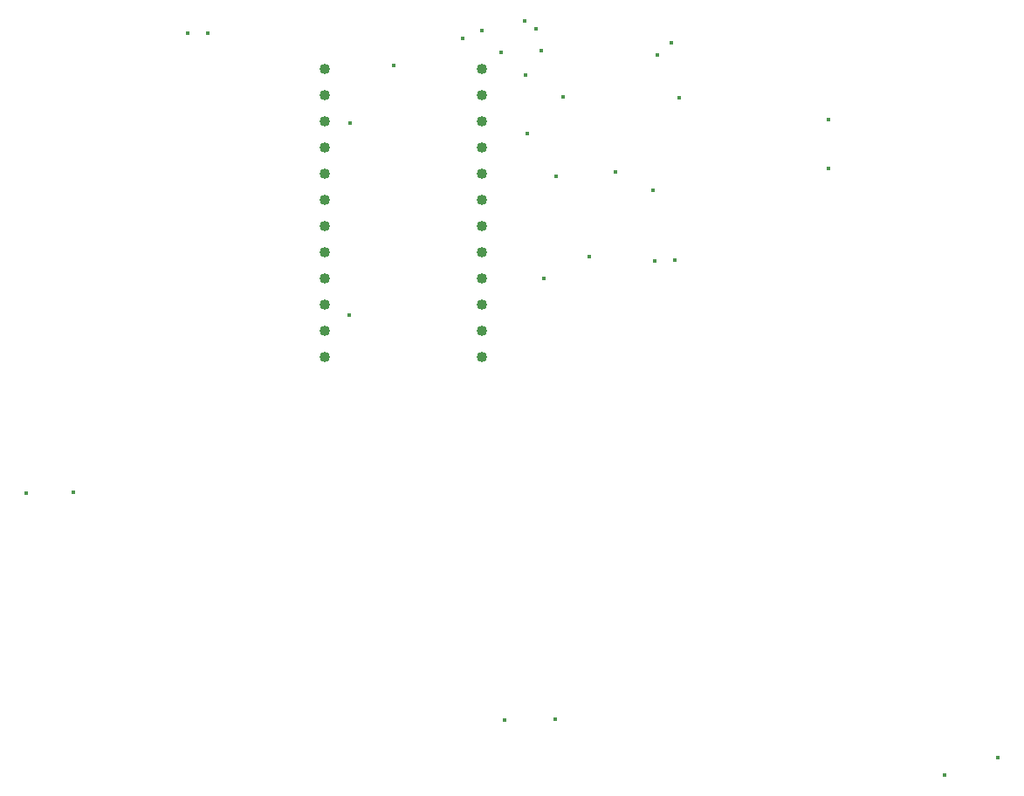
<source format=gbr>
G04 PROTEUS GERBER X2 FILE*
%TF.GenerationSoftware,Labcenter,Proteus,8.9-SP0-Build27865*%
%TF.CreationDate,2020-02-24T18:21:19+00:00*%
%TF.FileFunction,Plated,1,2,PTH*%
%TF.FilePolarity,Positive*%
%TF.Part,Single*%
%TF.SameCoordinates,{bab694e6-e1a7-4f03-bc32-dd160c38e7b3}*%
%FSLAX45Y45*%
%MOMM*%
G01*
%TA.AperFunction,ViaDrill*%
%ADD51C,0.381000*%
%TA.AperFunction,ComponentDrill*%
%ADD52C,1.016000*%
%TD.AperFunction*%
D51*
X+6600000Y-2940000D03*
X-1059480Y+4087222D03*
X-1257917Y+4091631D03*
X-2365611Y-361213D03*
X-2821507Y-375169D03*
X+2311279Y-2566624D03*
X+4958185Y+3255279D03*
X+4960000Y+2780000D03*
X+6086886Y-3106277D03*
X+1410000Y+4040000D03*
X+3430000Y+4000000D03*
X+2037823Y+3112689D03*
X+3297658Y+3881365D03*
X+2013203Y+4211772D03*
X+2174276Y+3918536D03*
X+2124715Y+4133300D03*
X+1596065Y+4116198D03*
X+741139Y+3773983D03*
X+315740Y+3216422D03*
X+311610Y+1357887D03*
X+2199056Y+1713074D03*
X+2636845Y+1919578D03*
X+2314699Y+2700162D03*
X+1781918Y+3902016D03*
X+3252227Y+2563869D03*
X+2888780Y+2745593D03*
X+2380000Y+3470000D03*
X+3508292Y+3464227D03*
X+3470000Y+1890000D03*
X+3268747Y+1882407D03*
X+2017333Y+3683121D03*
X+1817508Y-2572901D03*
D52*
X+1600000Y+3740000D03*
X+1600000Y+3486000D03*
X+1600000Y+3232000D03*
X+1600000Y+2978000D03*
X+1600000Y+2724000D03*
X+1600000Y+2470000D03*
X+1600000Y+2216000D03*
X+1600000Y+1962000D03*
X+1600000Y+1708000D03*
X+1600000Y+1454000D03*
X+1600000Y+1200000D03*
X+1600000Y+946000D03*
X+76000Y+3740000D03*
X+76000Y+3486000D03*
X+76000Y+3232000D03*
X+76000Y+2978000D03*
X+76000Y+2724000D03*
X+76000Y+2470000D03*
X+76000Y+2216000D03*
X+76000Y+1962000D03*
X+76000Y+1708000D03*
X+76000Y+1454000D03*
X+76000Y+1200000D03*
X+76000Y+946000D03*
M02*

</source>
